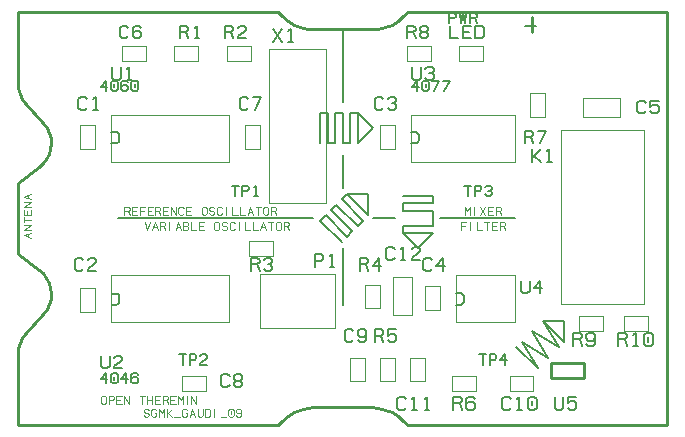
<source format=gbr>
%FSTAX24Y24*%
%MOIN*%
%IN MakeAway.osm SILK1.GBR *%
%ADD10C,0.0040*%
%ADD11C,0.0043*%
%ADD12C,0.0050*%
%ADD13C,0.0057*%
%ADD14C,0.0060*%
%ADD15C,0.0071*%
%ADD16C,0.0080*%
%ADD17C,0.0086*%
%ADD18C,0.0100*%
G54D11*G01X022264Y077389D02*X02235Y077132D01*X022435Y077389*
X022521Y077132D02*X022607Y077389D01*X02266Y077228*X022692Y077132*
X02266Y077228D02*X022553D01*X022778Y077132D02*Y077389D01*X022907*
X02295Y077346*Y077303*X022907Y07726*X02295Y077132*X022907Y07726D02*
X022778D01*X023078Y077132D02*Y077389D01*X023292Y077132D02*
X023378Y077389D01*X023432Y077228*X023464Y077132*X023432Y077228D02*
X023325D01*X02355Y077132D02*Y077389D01*X023678*X023721Y077346*Y077303*
X023678Y07726*X023721Y077217*Y077174*X023678Y077132*X02355*
X023678Y07726D02*X02355D01*X023807Y077389D02*Y077132D01*X023978*
X024235Y077389D02*X024064D01*Y07726*Y077132*X024235*X024064Y07726D02*
X024192D01*X02475Y077346D02*X024707Y077389D01*X024621*X024578Y077346*
Y077174*X024621Y077132*X024707*X02475Y077174*Y077346*X025007D02*
X024964Y077389D01*X024878*X024835Y077346*Y077303*X024878Y07726*X024964*
X025007Y077217*Y077174*X024964Y077132*X024878*X024835Y077174*
X025264Y077346D02*X025221Y077389D01*X025135*X025092Y077346*Y077174*
X025135Y077132*X025221*X025264Y077174*X025392Y077132D02*Y077389D01*
X025607D02*Y077132D01*X025778*X025864Y077389D02*Y077132D01*X026035*
X026121D02*X026207Y077389D01*X02626Y077228*X026292Y077132*
X02626Y077228D02*X026153D01*X026464Y077132D02*Y077389D01*X02655*
X026464D02*X026378D01*X026807Y077346D02*X026764Y077389D01*X026678*
X026635Y077346*Y077174*X026678Y077132*X026764*X026807Y077174*Y077346*
X026892Y077132D02*Y077389D01*X027021*X027064Y077346*Y077303*
X027021Y07726*X027064Y077132*X027021Y07726D02*X026892D01*
X021589Y077639D02*Y077896D01*X021717*X02176Y077853*Y07781*
X021717Y077767*X02176Y077639*X021717Y077767D02*X021589D01*
X022017Y077896D02*X021846D01*Y077767*Y077639*X022017*X021846Y077767D02*
X021975D01*X022275Y077896D02*X022103D01*Y077767*Y077639*Y077767D02*
X022232D01*X022532Y077896D02*X02236D01*Y077767*Y077639*X022532*
X02236Y077767D02*X022489D01*X022617Y077639D02*Y077896D01*X022746*
X022789Y077853*Y07781*X022746Y077767*X022789Y077639*X022746Y077767D02*
X022617D01*X023046Y077896D02*X022875D01*Y077767*Y077639*X023046*
X022875Y077767D02*X023003D01*X023132Y077639D02*Y077896D01*
X023303Y077639*Y077896*X02356Y077853D02*X023517Y077896D01*X023432*
X023389Y077853*Y077682*X023432Y077639*X023517*X02356Y077682*
X023817Y077896D02*X023646D01*Y077767*Y077639*X023817*X023646Y077767D02*
X023775D01*X024332Y077853D02*X024289Y077896D01*X024203*X02416Y077853*
Y077682*X024203Y077639*X024289*X024332Y077682*Y077853*X024589D02*
X024546Y077896D01*X02446*X024417Y077853*Y07781*X02446Y077767*X024546*
X024589Y077724*Y077682*X024546Y077639*X02446*X024417Y077682*
X024846Y077853D02*X024803Y077896D01*X024717*X024675Y077853*Y077682*
X024717Y077639*X024803*X024846Y077682*X024975Y077639D02*Y077896D01*
X025189D02*Y077639D01*X02536*X025446Y077896D02*Y077639D01*X025617*
X025703D02*X025789Y077896D01*X025842Y077735*X025875Y077639*
X025842Y077735D02*X025735D01*X026046Y077639D02*Y077896D01*X026132*
X026046D02*X02596D01*X026389Y077853D02*X026346Y077896D01*X02626*
X026217Y077853*Y077682*X02626Y077639*X026346*X026389Y077682*Y077853*
X026475Y077639D02*Y077896D01*X026603*X026646Y077853*Y07781*
X026603Y077767*X026646Y077639*X026603Y077767D02*X026475D01*
X032935Y077639D02*Y077896D01*X033021Y077767*X033107Y077896*Y077639*
X033235D02*Y077896D01*X03345D02*X033621Y077639D01*X03345D02*
X033621Y077896D01*X033878D02*X033707D01*Y077767*Y077639*X033878*
X033707Y077767D02*X033835D01*X033964Y077639D02*Y077896D01*X034092*
X034135Y077853*Y07781*X034092Y077767*X034135Y077639*X034092Y077767D02*
X033964D01*X032985Y077389D02*X032814D01*Y07726*Y077132*Y07726D02*
X032942D01*X033114Y077132D02*Y077389D01*X033328D02*Y077132D01*X0335*
X033671D02*Y077389D01*X033757*X033671D02*X033585D01*X034014D02*
X033842D01*Y07726*Y077132*X034014*X033842Y07726D02*X033971D01*
X0341Y077132D02*Y077389D01*X034228*X034271Y077346*Y077303*
X034228Y07726*X034271Y077132*X034228Y07726D02*X0341D01*
X018485Y076867D02*X018228Y076953D01*X018389Y077007*X018485Y077039*
X018389Y077007D02*Y076899D01*X018485Y077124D02*X018228D01*
X018485Y077296*X018228*X018485Y077467D02*X018228D01*Y077553*Y077467D02*
Y077382D01*Y07781D02*Y077639D01*X018357*X018485*Y07781*
X018357Y077639D02*Y077767D01*X018485Y077896D02*X018228D01*
X018485Y078067*X018228*X018485Y078153D02*X018228Y078239D01*
X018389Y078292*X018485Y078324*X018389Y078292D02*Y078185D01*G54D10*
G01X021142Y080966D02*X025079D01*Y079391*X021142*Y080966*Y075636D02*
X025079D01*Y074061*X021142*Y075636*X034593Y079391D02*Y080966D01*
X031128*Y079391*X034593*X034594Y074061D02*Y075636D01*X032626*Y074061*
X034594*X021504Y08327D02*X022291D01*Y082758*X021504*Y08327*
X031598Y074476D02*Y075264D01*X03211*Y074476*X031598*X025604Y079833D02*
Y08062D01*X026116*Y079833*X025604*X020104Y074407D02*Y075195D01*X020616*
Y074407*X020104*Y079833D02*Y08062D01*X020616*Y079833*X020104*
X033541Y082758D02*X032754D01*Y08327*X033541*Y082758*X025004Y08327D02*
X025791D01*Y082758*X025004*Y08327*X023254D02*X024041D01*Y082758*
X023254*Y08327*X023504Y07227D02*X024291D01*Y071758*X023504*Y07227*
X030616Y07287D02*Y072083D01*X030104*Y07287*X030616*X032504Y07227D02*
X033291D01*Y071758*X032504*Y07227*X031616Y07287D02*Y072083D01*X031104*
Y07287*X031616*X034429Y07227D02*X035217D01*Y071758*X034429*Y07227*
X025754Y07677D02*X026541D01*Y076258*X025754*Y07677*X031004Y08327D02*
X031791D01*Y082758*X031004*Y08327*X030104Y079833D02*Y08062D01*X030616*
Y079833*X030104*X029616Y07287D02*Y072083D01*X029104*Y07287*X029616*
X03011Y075301D02*Y074514D01*X029598*Y075301*X03011*X035616Y081695D02*
Y080907D01*X035104*Y081695*X035616*X028305Y08315D02*X026415D01*Y078031*
X028305*Y08315*X0261Y075669D02*X02862D01*Y073858*X0261*Y075669*
X030545Y074284D02*Y075544D01*X031175*Y074284*X030545*X03686Y081514D02*
X03812D01*Y080884*X03686*Y081514*X038906Y074667D02*X03615D01*Y080455*
X038906*Y074667*G54D18*G01X036919Y072705D02*X035794D01*Y072205*X036919*
Y072705*G54D10*G01X037541Y073758D02*X036754D01*Y07427*X037541*Y073758*
X038254Y07427D02*X039041D01*Y073758*X038254*Y07427*G54D11*
G01X022396Y071121D02*X022353Y071164D01*X022267*X022225Y071121*Y071078*
X022267Y071035*X022353*X022396Y070992*Y070949*X022353Y070907*X022267*
X022225Y070949*X022653Y071121D02*X02261Y071164D01*X022525*
X022482Y071121*Y070949*X022525Y070907*X02261*X022653Y070949*Y071014*
X02261*X022739Y070907D02*Y071164D01*X022825Y071035*X02291Y071164*
Y070907*X022996Y071164D02*Y070992D01*Y070907*Y070992D02*
X023039Y071035D01*X023167Y070907*X023039Y071035D02*X023167Y071164D01*
X023253Y070907D02*X023425D01*X023682Y071121D02*X023639Y071164D01*
X023553*X02351Y071121*Y070949*X023553Y070907*X023639*X023682Y070949*
Y071014*X023639*X023767Y070907D02*X023853Y071164D01*X023907Y071003*
X023939Y070907*X023907Y071003D02*X0238D01*X024025Y071164D02*Y070949D01*
X024067Y070907*X024153*X024196Y070949*Y071164*X024453Y071121D02*
X02441Y071164D01*X024282*Y070907*X02441*X024453Y070949*Y071121*
X024582Y070907D02*Y071164D01*X024796Y070907D02*X024967D01*
X025225Y071121D02*X025182Y071164D01*X025096*X025053Y071121*Y070949*
X025096Y070907*X025182*X025225Y070949*Y071121*X025139Y071078D02*
Y070992D01*X02531Y070949D02*X025353Y070907D01*X025439*X025482Y070949*
Y071121*X025439Y071164*X025353*X02531Y071121*Y071057*X025353Y071014*
X025439*X025482Y071057*X020978Y071557D02*X020935Y071599D01*X02085*
X020807Y071557*Y071385*X02085Y071342*X020935*X020978Y071385*Y071557*
X021064Y071342D02*Y071599D01*X021192*X021235Y071557*Y071514*
X021192Y071471*X021064*X021492Y071599D02*X021321D01*Y071471*Y071342*
X021492*X021321Y071471D02*X02145D01*X021578Y071342D02*Y071599D01*
X02175Y071342*Y071599*X022178Y071342D02*Y071599D01*X022264*X022178D02*
X022092D01*X02235D02*Y071471D01*Y071342*Y071471D02*X022521D01*Y071599*
Y071471D02*Y071342D01*X022778Y071599D02*X022607D01*Y071471*Y071342*
X022778*X022607Y071471D02*X022735D01*X022864Y071342D02*Y071599D01*
X022992*X023035Y071557*Y071514*X022992Y071471*X023035Y071342*
X022992Y071471D02*X022864D01*X023292Y071599D02*X023121D01*Y071471*
Y071342*X023292*X023121Y071471D02*X02325D01*X023378Y071342D02*
Y071599D01*X023464Y071471*X02355Y071599*Y071342*X023678D02*Y071599D01*
X023807Y071342D02*Y071599D01*X023978Y071342*Y071599*G54D16*
G01X03086Y077014D02*X03136Y076514D01*X03186Y077014*X03086*Y077264*
X03186*Y077764*X03086*Y078014*X03186*Y078264*X03086*G54D14*
G01X02886Y083764D02*Y081389D01*X03211Y077514D02*X03461D01*G54D16*
G01X02936Y081014D02*X02986Y080514D01*X02936Y080014*Y081014*X02911*
Y080014*X02886*Y081014*X02861*Y080014*X02836*Y081014*X02811*Y080014*
X029007Y078324D02*X029714D01*Y077617*X029007Y078324*X02883Y078148*
X029537Y077441*X02936Y077264*X028653Y077971*X028476Y077794*
X029183Y077087*X029007Y07691*X0283Y077617*X028123Y077441*X02883Y076733*
G54D14*G01X02886Y079639D02*Y078514D01*Y076514D02*Y074639D01*
X03061Y077514D02*X02986D01*X02136D02*X02786D01*G54D16*
G01X034653Y073221D02*X03536Y072514D01*X03483Y073398*X035714Y072867*
X035183Y073751*X036067Y073221*X035537Y074105*X036244Y073398*Y074105*
X035537*G54D18*G01X018035Y070624D02*Y073D01*X018052Y07318*
X018101Y073355*X01818Y073518*X018288Y073664*X018888Y074339*
X018997Y074487*X019077Y074652*X019125Y074829*X019141Y075012*
X019122Y075195*X019071Y075371*X018988Y075535*X018877Y075681*
X018741Y075804*X018035Y076333*Y078695*X018741Y079224*X018877Y079347*
X018988Y079493*X019071Y079657*X019122Y079833*X019141Y080015*
X019125Y080198*X019077Y080375*X018997Y080541*X018888Y080688*
X018288Y081363*X01818Y081509*X018101Y081672*X018052Y081847*
X018035Y082028*Y084404*X026697*X026848Y084252*X027027Y084099*
X027228Y083976*X027445Y083886*X027674Y083831*X027909Y083813*X029816*
X03005Y083831*X030279Y083886*X030497Y083976*X030697Y084099*
X030876Y084252*X031028Y084404*X039689*Y070624*X031028*X030876Y070775*
X030697Y070928*X030497Y071051*X030279Y071141*X03005Y071196*
X029816Y071215*X027909*X027674Y071196*X027445Y071141*X027228Y071051*
X027027Y070928*X026848Y070775*X026697Y070624*X018035*G54D14*
G01X034935Y083914D02*X03531D01*G54D12*G01X031147Y080012D02*X031297D01*
X031347Y080025*X031383Y080062*X031397Y080112*Y080287*X031383Y080337*
X031347Y080373*X031297Y080387*X031147*X021156Y080015D02*X021306D01*
X021356Y080028*X021393Y080065*X021406Y080115*Y08029*X021393Y08034*
X021356Y080377*X021306Y08039*X021156*X021159Y07463D02*X021309D01*
X021359Y074644*X021396Y07468*X021409Y07473*Y074905*X021396Y074955*
X021359Y074992*X021309Y075005*X021159*X032651Y074641D02*X032801D01*
X032851Y074654*X032888Y074691*X032901Y074741*Y074916*X032888Y074966*
X032851Y075003*X032801Y075016*X032651*G54D17*G01X035182Y083714D02*
Y084228D01*G54D13*G01X023532Y072639D02*Y072982D01*X023646*X023532D02*
X023417D01*X02376Y072639D02*Y072982D01*X023932*X023989Y072924*Y072867*
X023932Y07281*X02376*X024103Y072924D02*X02416Y072982D01*X024275*
X024332Y072924*Y072867*X024275Y07281*X024103Y072696*Y072639*X024332*
X025282Y078264D02*Y078607D01*X025396*X025282D02*X025167D01*
X02551Y078264D02*Y078607D01*X025682*X025739Y078549*Y078492*
X025682Y078435*X02551*X02591Y078549D02*X025967Y078607D01*Y078264*
X026025*X025967D02*X02591D01*X033532Y072639D02*Y072982D01*X033646*
X033532D02*X033417D01*X03376Y072639D02*Y072982D01*X033932*
X033989Y072924*Y072867*X033932Y07281*X03376*X034275Y072639D02*
Y072982D01*X034103Y072782*X034332*X033032Y078264D02*Y078607D01*X033146*
X033032D02*X032917D01*X03326Y078264D02*Y078607D01*X033432*
X033489Y078549*Y078492*X033432Y078435*X03326*X033603Y078549D02*
X03366Y078607D01*X033775*X033832Y078549*Y078492*X033775Y078435*
X033832Y078378*Y078321*X033775Y078264*X03366*X033603Y078321*
X033775Y078435D02*X033717D01*G54D15*G01X021182Y082567D02*Y08221D01*
X021253Y082139*X021396*X021467Y08221*Y082567*X021682Y082496D02*
X021753Y082567D01*Y082139*X021825*X021753D02*X021682D01*G54D13*
G01X020964Y081764D02*Y082107D01*X020792Y081907*X021021*
X021364Y082049D02*X021307Y082107D01*X021192*X021135Y082049*Y081821*
X021192Y081764*X021307*X021364Y081821*Y082049*X02125Y081992D02*
Y081878D01*X021707Y082049D02*X02165Y082107D01*X021535*X021478Y082049*
Y081821*X021535Y081764*X02165*X021707Y081821*Y081907*X02165Y081964*
X021535*X021478Y081907*X02205Y082049D02*X021992Y082107D01*X021878*
X021821Y082049*Y081821*X021878Y081764*X021992*X02205Y081821*Y082049*
X021935Y081992D02*Y081878D01*G54D15*G01X020807Y072942D02*Y072585D01*
X020878Y072514*X021021*X021092Y072585*Y072942*X021235Y072871D02*
X021307Y072942D01*X02145*X021521Y072871*Y072799*X02145Y072728*
X021235Y072585*Y072514*X021521*G54D13*G01X020964Y072014D02*Y072357D01*
X020792Y072157*X021021*X021364Y072299D02*X021307Y072357D01*X021192*
X021135Y072299*Y072071*X021192Y072014*X021307*X021364Y072071*Y072299*
X02125Y072242D02*Y072128D01*X02165Y072014D02*Y072357D01*X021478Y072157*
X021707*X02205Y072299D02*X021992Y072357D01*X021878*X021821Y072299*
Y072071*X021878Y072014*X021992*X02205Y072071*Y072157*X021992Y072214*
X021878*X021821Y072157*G54D15*G01X031182Y082567D02*Y08221D01*
X031253Y082139*X031396*X031467Y08221*Y082567*X03161Y082496D02*
X031682Y082567D01*X031825*X031896Y082496*Y082424*X031825Y082353*
X031896Y082282*Y08221*X031825Y082139*X031682*X03161Y08221*
X031825Y082353D02*X031753D01*G54D13*G01X031339Y081764D02*Y082107D01*
X031167Y081907*X031396*X031739Y082049D02*X031682Y082107D01*X031567*
X03151Y082049*Y081821*X031567Y081764*X031682*X031739Y081821*Y082049*
X031625Y081992D02*Y081878D01*X031853Y082107D02*X032082D01*
X03191Y081764*X032196Y082107D02*X032425D01*X032253Y081764*G54D15*
G01X034807Y075442D02*Y075085D01*X034878Y075014*X035021*X035092Y075085*
Y075442*X03545Y075014D02*Y075442D01*X035235Y075192*X035521*
X021717Y083871D02*X021646Y083942D01*X021503*X021432Y083871*Y083585*
X021503Y083514*X021646*X021717Y083585*X022146Y083871D02*
X022075Y083942D01*X021932*X02186Y083871*Y083585*X021932Y083514*X022075*
X022146Y083585*Y083692*X022075Y083764*X021932*X02186Y083692*
X031842Y076121D02*X031771Y076192D01*X031628*X031557Y076121*Y075835*
X031628Y075764*X031771*X031842Y075835*X0322Y075764D02*Y076192D01*
X031985Y075942*X032271*X025717Y081496D02*X025646Y081567D01*X025503*
X025432Y081496*Y08121*X025503Y081139*X025646*X025717Y08121*
X02586Y081567D02*X026146D01*X025932Y081139*X020217Y076121D02*
X020146Y076192D01*X020003*X019932Y076121*Y075835*X020003Y075764*
X020146*X020217Y075835*X02036Y076121D02*X020432Y076192D01*X020575*
X020646Y076121*Y076049*X020575Y075978*X02036Y075835*Y075764*X020646*
X020342Y081496D02*X020271Y081567D01*X020128*X020057Y081496*Y08121*
X020128Y081139*X020271*X020342Y08121*X020557Y081496D02*
X020628Y081567D01*Y081139*X0207*X020628D02*X020557D01*
X032432Y083942D02*Y083514D01*X032717*X033146Y083942D02*X03286D01*
Y083728*Y083514*X033146*X03286Y083728D02*X033075D01*X033575Y083871D02*
X033503Y083942D01*X033289*Y083514*X033503*X033575Y083585*Y083871*
G54D13*G01X032417Y084014D02*Y084357D01*X032589*X032646Y084299*Y084242*
X032589Y084185*X032417*X03276Y084357D02*X032817Y084014D01*
X032875Y084357*X032932Y084014*X032989Y084357*X033103Y084014D02*
Y084357D01*X033275*X033332Y084299*Y084242*X033275Y084185*
X033332Y084014*X033275Y084185D02*X033103D01*G54D15*
G01X024932Y083514D02*Y083942D01*X025146*X025217Y083871*Y083799*
X025146Y083728*X025217Y083514*X025146Y083728D02*X024932D01*
X02536Y083871D02*X025432Y083942D01*X025575*X025646Y083871*Y083799*
X025575Y083728*X02536Y083585*Y083514*X025646*X023432D02*Y083942D01*
X023646*X023717Y083871*Y083799*X023646Y083728*X023717Y083514*
X023646Y083728D02*X023432D01*X023932Y083871D02*X024003Y083942D01*
Y083514*X024075*X024003D02*X023932D01*X025092Y072246D02*
X025021Y072317D01*X024878*X024807Y072246*Y07196*X024878Y071889*X025021*
X025092Y07196*X02545Y072103D02*X025521Y072174D01*Y072246*X02545Y072317*
X025307*X025235Y072246*Y072174*X025307Y072103*X02545*X025521Y072032*
Y07196*X02545Y071889*X025307*X025235Y07196*Y072032*X025307Y072103*
X029932Y073389D02*Y073817D01*X030146*X030217Y073746*Y073674*
X030146Y073603*X030217Y073389*X030146Y073603D02*X029932D01*
X030646Y073817D02*X03036D01*Y073603*X030432Y073674*X030575*
X030646Y073603*Y07346*X030575Y073389*X030432*X03036Y07346*
X032557Y071139D02*Y071567D01*X032771*X032842Y071496*Y071424*
X032771Y071353*X032842Y071139*X032771Y071353D02*X032557D01*
X033271Y071496D02*X0332Y071567D01*X033057*X032985Y071496*Y07121*
X033057Y071139*X0332*X033271Y07121*Y071317*X0332Y071389*X033057*
X032985Y071317*X030967Y071496D02*X030896Y071567D01*X030753*
X030682Y071496*Y07121*X030753Y071139*X030896*X030967Y07121*
X031182Y071496D02*X031253Y071567D01*Y071139*X031325*X031253D02*
X031182D01*X03161Y071496D02*X031682Y071567D01*Y071139*X031753*
X031682D02*X03161D01*X034467Y071496D02*X034396Y071567D01*X034253*
X034182Y071496*Y07121*X034253Y071139*X034396*X034467Y07121*
X034682Y071496D02*X034753Y071567D01*Y071139*X034825*X034753D02*
X034682D01*X035325Y071496D02*X035253Y071567D01*X03511*X035039Y071496*
Y07121*X03511Y071139*X035253*X035325Y07121*Y071496*X035182Y071424D02*
Y071282D01*X025807Y075764D02*Y076192D01*X026021*X026092Y076121*Y076049*
X026021Y075978*X026092Y075764*X026021Y075978D02*X025807D01*
X026235Y076121D02*X026307Y076192D01*X02645*X026521Y076121*Y076049*
X02645Y075978*X026521Y075907*Y075835*X02645Y075764*X026307*
X026235Y075835*X02645Y075978D02*X026378D01*X031006Y083514D02*
Y083942D01*X031221*X031292Y083871*Y083799*X031221Y083728*
X031292Y083514*X031221Y083728D02*X031006D01*X031649D02*
X031721Y083799D01*Y083871*X031649Y083942*X031506*X031435Y083871*
Y083799*X031506Y083728*X031649*X031721Y083657*Y083585*X031649Y083514*
X031506*X031435Y083585*Y083657*X031506Y083728*X030217Y081496D02*
X030146Y081567D01*X030003*X029932Y081496*Y08121*X030003Y081139*X030146*
X030217Y08121*X03036Y081496D02*X030432Y081567D01*X030575*
X030646Y081496*Y081424*X030575Y081353*X030646Y081282*Y08121*
X030575Y081139*X030432*X03036Y08121*X030575Y081353D02*X030503D01*
X029217Y073746D02*X029146Y073817D01*X029003*X028932Y073746*Y07346*
X029003Y073389*X029146*X029217Y07346*X02936D02*X029432Y073389D01*
X029575*X029646Y07346*Y073746*X029575Y073817*X029432*X02936Y073746*
Y073639*X029432Y073567*X029575*X029646Y073639*X029432Y075764D02*
Y076192D01*X029646*X029717Y076121*Y076049*X029646Y075978*
X029717Y075764*X029646Y075978D02*X029432D01*X030075Y075764D02*
Y076192D01*X02986Y075942*X030146*X034932Y080014D02*Y080442D01*X035146*
X035217Y080371*Y080299*X035146Y080228*X035217Y080014*X035146Y080228D02*
X034932D01*X03536Y080442D02*X035646D01*X035432Y080014*
X026557Y083817D02*X026842Y083389D01*X026557D02*X026842Y083817D01*
X027057Y083746D02*X027128Y083817D01*Y083389*X0272*X027128D02*
X027057D01*X027932Y075889D02*Y076317D01*X028146*X028217Y076246*Y076174*
X028146Y076103*X027932*X028432Y076246D02*X028503Y076317D01*Y075889*
X028575*X028503D02*X028432D01*X030592Y076496D02*X030521Y076567D01*
X030378*X030307Y076496*Y07621*X030378Y076139*X030521*X030592Y07621*
X030807Y076496D02*X030878Y076567D01*Y076139*X03095*X030878D02*
X030807D01*X031164Y076496D02*X031235Y076567D01*X031378*X03145Y076496*
Y076424*X031378Y076353*X031164Y07621*Y076139*X03145*X038967Y081371D02*
X038896Y081442D01*X038753*X038682Y081371*Y081085*X038753Y081014*
X038896*X038967Y081085*X039396Y081442D02*X03911D01*Y081228*
X039182Y081299*X039325*X039396Y081228*Y081085*X039325Y081014*X039182*
X03911Y081085*X035182Y079817D02*Y079532D01*Y079389*Y079532D02*
X035253Y079603D01*X035467Y079389*X035253Y079603D02*X035467Y079817D01*
X035682Y079746D02*X035753Y079817D01*Y079389*X035825*X035753D02*
X035682D01*X035932Y071567D02*Y07121D01*X036003Y071139*X036146*
X036217Y07121*Y071567*X036646D02*X03636D01*Y071353*X036432Y071424*
X036575*X036646Y071353*Y07121*X036575Y071139*X036432*X03636Y07121*
X036557Y073264D02*Y073692D01*X036771*X036842Y073621*Y073549*
X036771Y073478*X036842Y073264*X036771Y073478D02*X036557D01*
X036985Y073335D02*X037057Y073264D01*X0372*X037271Y073335*Y073621*
X0372Y073692*X037057*X036985Y073621*Y073514*X037057Y073442*X0372*
X037271Y073514*X038057Y073264D02*Y073692D01*X038271*X038342Y073621*
Y073549*X038271Y073478*X038342Y073264*X038271Y073478D02*X038057D01*
X038557Y073621D02*X038628Y073692D01*Y073264*X0387*X038628D02*
X038557D01*X0392Y073621D02*X039128Y073692D01*X038985*X038914Y073621*
Y073335*X038985Y073264*X039128*X0392Y073335*Y073621*X039057Y073549D02*
Y073407D01*
M02*
</source>
